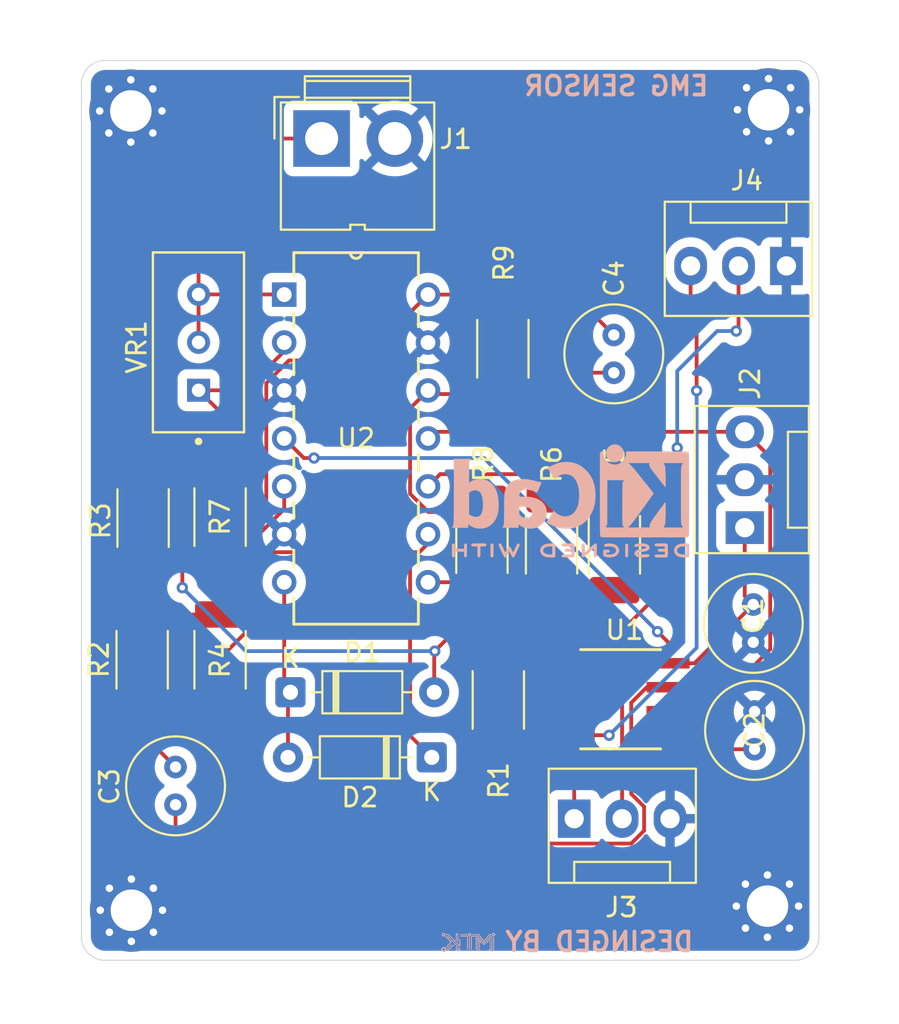
<source format=kicad_pcb>
(kicad_pcb (version 20241229) (generator "pcbnew") (generator_version "9.0")
  (layers (0 "F.Cu" signal) (2 "B.Cu" signal) (13 "F.Paste" user) (15 "B.Paste" user) (5 "F.SilkS" user "F.Silkscreen") (7 "B.SilkS" user "B.Silkscreen") (1 "F.Mask" user) (3 "B.Mask" user) (25 "Edge.Cuts" user))
  (net 0 "")
  (net 1 "GND")
  (net 2 "/+VS")
  (net 3 "/-VS")
  (net 4 "/MEASURE")
  (net 5 "Net-(C3-Pad2)")
  (net 6 "/SMOOTH")
  (net 7 "Net-(U2D-+)")
  (net 8 "Net-(D1-K)")
  (net 9 "Net-(D1-A)")
  (net 10 "Net-(D2-K)")
  (net 11 "/SIG")
  (net 12 "/END")
  (net 13 "/MID")
  (net 14 "Net-(R1-Pad2)")
  (net 15 "Net-(R1-Pad1)")
  (net 16 "Net-(U2B-+)")
  (net 17 "Net-(U2C-+)")
  (net 18 "/RECTIFY")
  (net 19 "Net-(U2A--)")
  (footprint "Resistor_SMD:R_2010_5025Metric_Pad1.40x2.65mm_HandSolder" (layer "F.Cu") (at 147.69 83.38 90)
    (property "Reference" "R7" (at 0 0 90) (layer "F.SilkS"))
    (property "Value" "1K")
    (pad "1" smd roundrect (at -2.4 0 90) (size 1.4 2.65) (layers "F.Cu" "F.Mask" "F.Paste") (roundrect_rratio 0.178571) (net 6 "/SMOOTH"))
    (pad "2" smd roundrect (at 2.4 0 90) (size 1.4 2.65) (layers "F.Cu" "F.Mask" "F.Paste") (roundrect_rratio 0.178571) (net 19 "Net-(U2A--)"))
  )
  (footprint "MountingHole:MountingHole_2.2mm_M2_Pad_Via" (layer "F.Cu") (at 142.99 104.21)
    (property "Reference" "H2" (hide yes))
    (property "Value" "MountingHole_Pad")
    (pad "1" thru_hole circle (at -1.65 0) (size 0.7 0.7) (drill 0.4) (layers "*.Cu" "*.Mask") (net 1 "GND"))
    (pad "1" thru_hole circle (at -1.166726 -1.166726) (size 0.7 0.7) (drill 0.4) (layers "*.Cu" "*.Mask") (net 1 "GND"))
    (pad "1" thru_hole circle (at -1.166726 1.166726) (size 0.7 0.7) (drill 0.4) (layers "*.Cu" "*.Mask") (net 1 "GND"))
    (pad "1" thru_hole circle (at 0 -1.65) (size 0.7 0.7) (drill 0.4) (layers "*.Cu" "*.Mask") (net 1 "GND"))
    (pad "1" thru_hole circle (at 0 0) (size 4.4 4.4) (drill 2.2) (layers "*.Cu" "*.Mask") (net 1 "GND"))
    (pad "1" thru_hole circle (at 0 1.65) (size 0.7 0.7) (drill 0.4) (layers "*.Cu" "*.Mask") (net 1 "GND"))
    (pad "1" thru_hole circle (at 1.166726 -1.166726) (size 0.7 0.7) (drill 0.4) (layers "*.Cu" "*.Mask") (net 1 "GND"))
    (pad "1" thru_hole circle (at 1.166726 1.166726) (size 0.7 0.7) (drill 0.4) (layers "*.Cu" "*.Mask") (net 1 "GND"))
    (pad "1" thru_hole circle (at 1.65 0) (size 0.7 0.7) (drill 0.4) (layers "*.Cu" "*.Mask") (net 1 "GND"))
  )
  (footprint "Resistor_SMD:R_2010_5025Metric_Pad1.40x2.65mm_HandSolder" (layer "F.Cu") (at 162.68 74.46 90)
    (property "Reference" "R9" (at 4.54 0.05 90) (layer "F.SilkS"))
    (property "Value" "80.6K" (hide yes))
    (pad "1" smd roundrect (at -2.4 0 90) (size 1.4 2.65) (layers "F.Cu" "F.Mask" "F.Paste") (roundrect_rratio 0.178571) (net 7 "Net-(U2D-+)"))
    (pad "2" smd roundrect (at 2.4 0 90) (size 1.4 2.65) (layers "F.Cu" "F.Mask" "F.Paste") (roundrect_rratio 0.178571) (net 6 "/SMOOTH"))
  )
  (footprint "Connector:FanPinHeader_1x03_P2.54mm_Vertical" (layer "F.Cu") (at 177.71 70.07 180)
    (property "Reference" "J4" (at 2.1 4.52 0) (layer "F.SilkS"))
    (property "Value" "Conn_01x03_Pin")
    (pad "1" thru_hole rect (at 0 0 270) (size 2.03 1.73) (drill 1.02) (layers "*.Cu" "*.Mask") (net 1 "GND"))
    (pad "2" thru_hole oval (at 2.54 0 270) (size 2.03 1.73) (drill 1.02) (layers "*.Cu" "*.Mask") (net 12 "/END"))
    (pad "3" thru_hole oval (at 5.08 0 270) (size 2.03 1.73) (drill 1.02) (layers "*.Cu" "*.Mask") (net 13 "/MID"))
  )
  (footprint "Resistor_SMD:R_2010_5025Metric_Pad1.40x2.65mm_HandSolder" (layer "F.Cu") (at 168.59 84.85 90)
    (property "Reference" "R5" (at 4.25 0.01 90) (layer "F.SilkS"))
    (property "Value" "150K")
    (pad "1" smd roundrect (at -2.4 0 90) (size 1.4 2.65) (layers "F.Cu" "F.Mask" "F.Paste") (roundrect_rratio 0.178571) (net 9 "Net-(D1-A)"))
    (pad "2" smd roundrect (at 2.4 0 90) (size 1.4 2.65) (layers "F.Cu" "F.Mask" "F.Paste") (roundrect_rratio 0.178571) (net 17 "Net-(U2C-+)"))
  )
  (footprint "Connector:FanPinHeader_1x03_P2.54mm_Vertical" (layer "F.Cu") (at 166.46 99.36)
    (property "Reference" "J3" (at 2.5 4.7 0) (layer "F.SilkS"))
    (property "Value" "Conn_01x03_Pin")
    (pad "1" thru_hole rect (at 0 0 90) (size 2.03 1.73) (drill 1.02) (layers "*.Cu" "*.Mask") (net 13 "/MID"))
    (pad "2" thru_hole oval (at 2.54 0 90) (size 2.03 1.73) (drill 1.02) (layers "*.Cu" "*.Mask") (net 12 "/END"))
    (pad "3" thru_hole oval (at 5.08 0 90) (size 2.03 1.73) (drill 1.02) (layers "*.Cu" "*.Mask") (net 1 "GND"))
  )
  (footprint "Capacitor_THT:C_Radial_D5.0mm_H7.0mm_P2.00mm" (layer "F.Cu") (at 145.33 98.62 90)
    (property "Reference" "C3" (at 0.96 -3.5 90) (layer "F.SilkS"))
    (property "Value" "0.01U")
    (pad "1" thru_hole circle (at 0 0 90) (size 1.2 1.2) (drill 0.6) (layers "*.Cu" "*.Mask") (net 4 "/MEASURE"))
    (pad "2" thru_hole circle (at 2 0 90) (size 1.2 1.2) (drill 0.6) (layers "*.Cu" "*.Mask") (net 5 "Net-(C3-Pad2)"))
  )
  (footprint "Connector:FanPinHeader_1x03_P2.54mm_Vertical" (layer "F.Cu") (at 175.5 83.94 90)
    (property "Reference" "J2" (at 7.64 0.29 90) (layer "F.SilkS"))
    (property "Value" "Conn_01x03_Pin")
    (pad "1" thru_hole rect (at 0 0 180) (size 2.03 1.73) (drill 1.02) (layers "*.Cu" "*.Mask") (net 2 "/+VS"))
    (pad "2" thru_hole oval (at 2.54 0 180) (size 2.03 1.73) (drill 1.02) (layers "*.Cu" "*.Mask") (net 1 "GND"))
    (pad "3" thru_hole oval (at 5.08 0 180) (size 2.03 1.73) (drill 1.02) (layers "*.Cu" "*.Mask") (net 3 "/-VS"))
  )
  (footprint "footprints:N14" (layer "F.Cu") (at 158.71 86.83)
    (property "Reference" "U2" (at -3.81 -7.62 0) (layer "F.SilkS"))
    (property "Value" "TL084")
    (pad "1" thru_hole rect (at -7.62 -15.24) (size 1.2954 1.2954) (drill 0.7874) (layers "*.Cu" "*.Mask") (net 11 "/SIG"))
    (pad "2" thru_hole circle (at -7.62 -12.7) (size 1.2954 1.2954) (drill 0.7874) (layers "*.Cu" "*.Mask") (net 19 "Net-(U2A--)"))
    (pad "3" thru_hole circle (at -7.62 -10.16) (size 1.2954 1.2954) (drill 0.7874) (layers "*.Cu" "*.Mask") (net 1 "GND"))
    (pad "4" thru_hole circle (at -7.62 -7.62) (size 1.2954 1.2954) (drill 0.7874) (layers "*.Cu" "*.Mask") (net 2 "/+VS"))
    (pad "5" thru_hole circle (at -7.62 -5.08) (size 1.2954 1.2954) (drill 0.7874) (layers "*.Cu" "*.Mask") (net 16 "Net-(U2B-+)"))
    (pad "6" thru_hole circle (at -7.62 -2.54) (size 1.2954 1.2954) (drill 0.7874) (layers "*.Cu" "*.Mask") (net 1 "GND"))
    (pad "7" thru_hole circle (at -7.62 0) (size 1.2954 1.2954) (drill 0.7874) (layers "*.Cu" "*.Mask") (net 8 "Net-(D1-K)"))
    (pad "8" thru_hole circle (at 0 0) (size 1.2954 1.2954) (drill 0.7874) (layers "*.Cu" "*.Mask") (net 18 "/RECTIFY"))
    (pad "9" thru_hole circle (at 0 -2.54) (size 1.2954 1.2954) (drill 0.7874) (layers "*.Cu" "*.Mask") (net 10 "Net-(D2-K)"))
    (pad "10" thru_hole circle (at 0 -5.08) (size 1.2954 1.2954) (drill 0.7874) (layers "*.Cu" "*.Mask") (net 17 "Net-(U2C-+)"))
    (pad "11" thru_hole circle (at 0 -7.62) (size 1.2954 1.2954) (drill 0.7874) (layers "*.Cu" "*.Mask") (net 3 "/-VS"))
    (pad "12" thru_hole circle (at 0 -10.16) (size 1.2954 1.2954) (drill 0.7874) (layers "*.Cu" "*.Mask") (net 7 "Net-(U2D-+)"))
    (pad "13" thru_hole circle (at 0 -12.7) (size 1.2954 1.2954) (drill 0.7874) (layers "*.Cu" "*.Mask") (net 1 "GND"))
    (pad "14" thru_hole circle (at 0 -15.24) (size 1.2954 1.2954) (drill 0.7874) (layers "*.Cu" "*.Mask") (net 6 "/SMOOTH"))
  )
  (footprint "Capacitor_THT:C_Radial_D5.0mm_H7.0mm_P2.00mm" (layer "F.Cu") (at 168.56 75.73 90)
    (property "Reference" "C4" (at 4.99 0.01 90) (layer "F.SilkS"))
    (property "Value" "C1u")
    (pad "1" thru_hole circle (at 0 0 90) (size 1.2 1.2) (drill 0.6) (layers "*.Cu" "*.Mask") (net 7 "Net-(U2D-+)"))
    (pad "2" thru_hole circle (at 2 0 90) (size 1.2 1.2) (drill 0.6) (layers "*.Cu" "*.Mask") (net 6 "/SMOOTH"))
  )
  (footprint "Resistor_SMD:R_2010_5025Metric_Pad1.40x2.65mm_HandSolder" (layer "F.Cu") (at 161.57 84.81 90)
    (property "Reference" "R8" (at 4.26 0.09 90) (layer "F.SilkS"))
    (property "Value" "80.6K")
    (pad "1" smd roundrect (at -2.4 0 90) (size 1.4 2.65) (layers "F.Cu" "F.Mask" "F.Paste") (roundrect_rratio 0.178571) (net 18 "/RECTIFY"))
    (pad "2" smd roundrect (at 2.4 0 90) (size 1.4 2.65) (layers "F.Cu" "F.Mask" "F.Paste") (roundrect_rratio 0.178571) (net 7 "Net-(U2D-+)"))
  )
  (footprint "Resistor_SMD:R_2010_5025Metric_Pad1.40x2.65mm_HandSolder" (layer "F.Cu") (at 147.69 90.94 -90)
    (property "Reference" "R4" (at 0 0 90) (layer "F.SilkS"))
    (property "Value" "150K")
    (pad "1" smd roundrect (at -2.4 0 270) (size 1.4 2.65) (layers "F.Cu" "F.Mask" "F.Paste") (roundrect_rratio 0.178571) (net 16 "Net-(U2B-+)"))
    (pad "2" smd roundrect (at 2.4 0 270) (size 1.4 2.65) (layers "F.Cu" "F.Mask" "F.Paste") (roundrect_rratio 0.178571) (net 10 "Net-(D2-K)"))
  )
  (footprint "Connector:JWT_A3963_1x02_P3.96mm_Vertical" (layer "F.Cu") (at 153.0725 63.32)
    (property "Reference" "J1" (at 7.1075 0.03 0) (layer "F.SilkS"))
    (property "Value" "Conn_01x02_Pin")
    (pad "1" thru_hole rect (at 0 0) (size 3 3) (drill 1.75) (layers "*.Cu" "*.Mask") (net 11 "/SIG"))
    (pad "2" thru_hole circle (at 3.88 0) (size 3 3) (drill 1.75) (layers "*.Cu" "*.Mask") (net 1 "GND"))
  )
  (footprint "Diode_THT:D_DO-35_SOD27_P7.62mm_Horizontal" (layer "F.Cu") (at 151.42 92.66)
    (property "Reference" "D1" (at 3.81 -2.12 0) (layer "F.SilkS"))
    (property "Value" "1N4148")
    (pad "1" thru_hole roundrect (at 0 0) (size 1.6 1.6) (drill 0.8) (layers "*.Cu" "*.Mask") (roundrect_rratio 0.15625) (net 8 "Net-(D1-K)"))
    (pad "2" thru_hole circle (at 7.62 0) (size 1.6 1.6) (drill 0.8) (layers "*.Cu" "*.Mask") (net 9 "Net-(D1-A)"))
  )
  (footprint "Diode_THT:D_DO-35_SOD27_P7.62mm_Horizontal" (layer "F.Cu") (at 158.91 96.11 180)
    (property "Reference" "D2" (at 3.81 -2.12 0) (layer "F.SilkS"))
    (property "Value" "1N4148")
    (pad "1" thru_hole roundrect (at 0 0 180) (size 1.6 1.6) (drill 0.8) (layers "*.Cu" "*.Mask") (roundrect_rratio 0.15625) (net 10 "Net-(D2-K)"))
    (pad "2" thru_hole circle (at 7.62 0 180) (size 1.6 1.6) (drill 0.8) (layers "*.Cu" "*.Mask") (net 8 "Net-(D1-K)"))
  )
  (footprint "footprints:AD8286" (layer "F.Cu") (at 168.92 93.03)
    (property "Reference" "U1" (at 0.2 -3.67 0) (layer "F.SilkS"))
    (property "Value" "AD8226")
    (pad "1" smd rect (at -2.5146 -1.905) (size 2.286 0.5588) (layers "F.Cu" "F.Mask" "F.Paste") (net 12 "/END"))
    (pad "2" smd rect (at -2.5146 -0.635) (size 2.286 0.5588) (layers "F.Cu" "F.Mask" "F.Paste") (net 15 "Net-(R1-Pad1)"))
    (pad "3" smd rect (at -2.5146 0.635) (size 2.286 0.5588) (layers "F.Cu" "F.Mask" "F.Paste") (net 14 "Net-(R1-Pad2)"))
    (pad "4" smd rect (at -2.5146 1.905) (size 2.286 0.5588) (layers "F.Cu" "F.Mask" "F.Paste") (net 13 "/MID"))
    (pad "5" smd rect (at 2.5146 1.905) (size 2.286 0.5588) (layers "F.Cu" "F.Mask" "F.Paste") (net 3 "/-VS"))
    (pad "6" smd rect (at 2.5146 0.635) (size 2.286 0.5588) (layers "F.Cu" "F.Mask" "F.Paste") (net 1 "GND"))
    (pad "7" smd rect (at 2.5146 -0.635) (size 2.286 0.5588) (layers "F.Cu" "F.Mask" "F.Paste") (net 4 "/MEASURE"))
    (pad "8" smd rect (at 2.5146 -1.905) (size 2.286 0.5588) (layers "F.Cu" "F.Mask" "F.Paste") (net 2 "/+VS"))
  )
  (footprint "Resistor_SMD:R_2010_5025Metric_Pad1.40x2.65mm_HandSolder" (layer "F.Cu") (at 162.44 93.07 -90)
    (property "Reference" "R1" (at 4.27 -0.02 90) (layer "F.SilkS"))
    (property "Value" "240")
    (pad "1" smd roundrect (at -2.4 0 270) (size 1.4 2.65) (layers "F.Cu" "F.Mask" "F.Paste") (roundrect_rratio 0.178571) (net 15 "Net-(R1-Pad1)"))
    (pad "2" smd roundrect (at 2.4 0 270) (size 1.4 2.65) (layers "F.Cu" "F.Mask" "F.Paste") (roundrect_rratio 0.178571) (net 14 "Net-(R1-Pad2)"))
  )
  (footprint "MountingHole:MountingHole_2.2mm_M2_Pad_Via" (layer "F.Cu") (at 176.703274 103.993274)
    (property "Reference" "H4" (hide yes))
    (property "Value" "MountingHole_Pad")
    (pad "1" thru_hole circle (at -1.65 0) (size 0.7 0.7) (drill 0.4) (layers "*.Cu" "*.Mask") (net 1 "GND"))
    (pad "1" thru_hole circle (at -1.166726 -1.166726) (size 0.7 0.7) (drill 0.4) (layers "*.Cu" "*.Mask") (net 1 "GND"))
    (pad "1" thru_hole circle (at -1.166726 1.166726) (size 0.7 0.7) (drill 0.4) (layers "*.Cu" "*.Mask") (net 1 "GND"))
    (pad "1" thru_hole circle (at 0 -1.65) (size 0.7 0.7) (drill 0.4) (layers "*.Cu" "*.Mask") (net 1 "GND"))
    (pad "1" thru_hole circle (at 0 0) (size 4.4 4.4) (drill 2.2) (layers "*.Cu" "*.Mask") (net 1 "GND"))
    (pad "1" thru_hole circle (at 0 1.65) (size 0.7 0.7) (drill 0.4) (layers "*.Cu" "*.Mask") (net 1 "GND"))
    (pad "1" thru_hole circle (at 1.166726 -1.166726) (size 0.7 0.7) (drill 0.4) (layers "*.Cu" "*.Mask") (net 1 "GND"))
    (pad "1" thru_hole circle (at 1.166726 1.166726) (size 0.7 0.7) (drill 0.4) (layers "*.Cu" "*.Mask") (net 1 "GND"))
    (pad "1" thru_hole circle (at 1.65 0) (size 0.7 0.7) (drill 0.4) (layers "*.Cu" "*.Mask") (net 1 "GND"))
  )
  (footprint "Capacitor_THT:C_Radial_D5.0mm_H7.0mm_P2.00mm" (layer "F.Cu") (at 176.02 95.68 90)
    (property "Reference" "C2" (at 1 0 90) (layer "F.SilkS"))
    (property "Value" "T1U")
    (pad "1" thru_hole circle (at 0 0 90) (size 1.2 1.2) (drill 0.6) (layers "*.Cu" "*.Mask") (net 3 "/-VS"))
    (pad "2" thru_hole circle (at 2 0 90) (size 1.2 1.2) (drill 0.6) (layers "*.Cu" "*.Mask") (net 1 "GND"))
  )
  (footprint "MountingHole:MountingHole_2.2mm_M2_Pad_Via" (layer "F.Cu") (at 142.96 61.86)
    (property "Reference" "H1" (hide yes))
    (property "Value" "MountingHole_Pad")
    (pad "1" thru_hole circle (at -1.65 0) (size 0.7 0.7) (drill 0.4) (layers "*.Cu" "*.Mask") (net 1 "GND"))
    (pad "1" thru_hole circle (at -1.166726 -1.166726) (size 0.7 0.7) (drill 0.4) (layers "*.Cu" "*.Mask") (net 1 "GND"))
    (pad "1" thru_hole circle (at -1.166726 1.166726) (size 0.7 0.7) (drill 0.4) (layers "*.Cu" "*.Mask") (net 1 "GND"))
    (pad "1" thru_hole circle (at 0 -1.65) (size 0.7 0.7) (drill 0.4) (layers "*.Cu" "*.Mask") (net 1 "GND"))
    (pad "1" thru_hole circle (at 0 0) (size 4.4 4.4) (drill 2.2) (layers "*.Cu" "*.Mask") (net 1 "GND"))
    (pad "1" thru_hole circle (at 0 1.65) (size 0.7 0.7) (drill 0.4) (layers "*.Cu" "*.Mask") (net 1 "GND"))
    (pad "1" thru_hole circle (at 1.166726 -1.166726) (size 0.7 0.7) (drill 0.4) (layers "*.Cu" "*.Mask") (net 1 "GND"))
    (pad "1" thru_hole circle (at 1.166726 1.166726) (size 0.7 0.7) (drill 0.4) (layers "*.Cu" "*.Mask") (net 1 "GND"))
    (pad "1" thru_hole circle (at 1.65 0) (size 0.7 0.7) (drill 0.4) (layers "*.Cu" "*.Mask") (net 1 "GND"))
  )
  (footprint "MountingHole:MountingHole_2.2mm_M2_Pad_Via" (layer "F.Cu") (at 176.763274 61.796726)
    (property "Reference" "H3" (hide yes))
    (property "Value" "MountingHole_Pad")
    (pad "1" thru_hole circle (at -1.65 0) (size 0.7 0.7) (drill 0.4) (layers "*.Cu" "*.Mask") (net 1 "GND"))
    (pad "1" thru_hole circle (at -1.166726 -1.166726) (size 0.7 0.7) (drill 0.4) (layers "*.Cu" "*.Mask") (net 1 "GND"))
    (pad "1" thru_hole circle (at -1.166726 1.166726) (size 0.7 0.7) (drill 0.4) (layers "*.Cu" "*.Mask") (net 1 "GND"))
    (pad "1" thru_hole circle (at 0 -1.65) (size 0.7 0.7) (drill 0.4) (layers "*.Cu" "*.Mask") (net 1 "GND"))
    (pad "1" thru_hole circle (at 0 0) (size 4.4 4.4) (drill 2.2) (layers "*.Cu" "*.Mask") (net 1 "GND"))
    (pad "1" thru_hole circle (at 0 1.65) (size 0.7 0.7) (drill 0.4) (layers "*.Cu" "*.Mask") (net 1 "GND"))
    (pad "1" thru_hole circle (at 1.166726 -1.166726) (size 0.7 0.7) (drill 0.4) (layers "*.Cu" "*.Mask") (net 1 "GND"))
    (pad "1" thru_hole circle (at 1.166726 1.166726) (size 0.7 0.7) (drill 0.4) (layers "*.Cu" "*.Mask") (net 1 "GND"))
    (pad "1" thru_hole circle (at 1.65 0) (size 0.7 0.7) (drill 0.4) (layers "*.Cu" "*.Mask") (net 1 "GND"))
  )
  (footprint "Resistor_SMD:R_2010_5025Metric_Pad1.40x2.65mm_HandSolder" (layer "F.Cu") (at 143.61 83.43 90)
    (property "Reference" "R3" (at -0.15 -2.26 90) (layer "F.SilkS"))
    (property "Value" "150K")
    (pad "1" smd roundrect (at -2.4 0 90) (size 1.4 2.65) (layers "F.Cu" "F.Mask" "F.Paste") (roundrect_rratio 0.178571) (net 16 "Net-(U2B-+)"))
    (pad "2" smd roundrect (at 2.4 0 90) (size 1.4 2.65) (layers "F.Cu" "F.Mask" "F.Paste") (roundrect_rratio 0.178571) (net 9 "Net-(D1-A)"))
  )
  (footprint "Resistor_SMD:R_2010_5025Metric_Pad1.40x2.65mm_HandSolder" (layer "F.Cu") (at 143.56 90.94 90)
    (property "Reference" "R2" (at 0.01 -2.29 90) (layer "F.SilkS"))
    (property "Value" "150K")
    (pad "1" smd roundrect (at -2.4 0 90) (size 1.4 2.65) (layers "F.Cu" "F.Mask" "F.Paste") (roundrect_rratio 0.178571) (net 5 "Net-(C3-Pad2)"))
    (pad "2" smd roundrect (at 2.4 0 90) (size 1.4 2.65) (layers "F.Cu" "F.Mask" "F.Paste") (roundrect_rratio 0.178571) (net 16 "Net-(U2B-+)"))
  )
  (footprint "footprints:TRIM" (layer "F.Cu") (at 146.55 74.12 90)
    (property "Reference" "VR1" (at -0.24 -3.28 90) (layer "F.SilkS") (effects (font (size 1.004283 1.004283))))
    (property "Value" "3296W-1-250")
    (pad "1" thru_hole rect (at -2.54 0 90) (size 1.218 1.218) (drill 0.71) (layers "*.Cu" "*.Mask") (net 19 "Net-(U2A--)"))
    (pad "2" thru_hole circle (at 0 0 90) (size 1.218 1.218) (drill 0.71) (layers "*.Cu" "*.Mask") (net 11 "/SIG"))
    (pad "3" thru_hole circle (at 2.54 0 90) (size 1.218 1.218) (drill 0.71) (layers "*.Cu" "*.Mask") (net 11 "/SIG"))
  )
  (footprint "Capacitor_THT:C_Radial_D5.0mm_H7.0mm_P2.00mm" (layer "F.Cu") (at 175.95 90.01 90)
    (property "Reference" "C1" (at 1.4 0 90) (layer "F.SilkS"))
    (property "Value" "T1u")
    (pad "1" thru_hole circle (at 0 0 90) (size 1.2 1.2) (drill 0.6) (layers "*.Cu" "*.Mask") (net 1 "GND"))
    (pad "2" thru_hole circle (at 2 0 90) (size 1.2 1.2) (drill 0.6) (layers "*.Cu" "*.Mask") (net 2 "/+VS"))
  )
  (footprint "Resistor_SMD:R_2010_5025Metric_Pad1.40x2.65mm_HandSolder" (layer "F.Cu") (at 165.26 84.84 -90)
    (property "Reference" "R6" (at -4.25 -0.01 90) (layer "F.SilkS"))
    (property "Value" "150K")
    (pad "1" smd roundrect (at -2.4 0 270) (size 1.4 2.65) (layers "F.Cu" "F.Mask" "F.Paste") (roundrect_rratio 0.178571) (net 17 "Net-(U2C-+)"))
    (pad "2" smd roundrect (at 2.4 0 270) (size 1.4 2.65) (layers "F.Cu" "F.Mask" "F.Paste") (roundrect_rratio 0.178571) (net 18 "/RECTIFY"))
  )
  (footprint "LOGO" (layer "B.Cu") (at 160.87 106.02 180)
    (property "Reference" "G***" (hide yes))
    (property "Value" "LOGO" (hide yes))
  )
  (footprint "Symbol:KiCad-Logo2_5mm_SilkScreen" (layer "B.Cu") (at 166.27 82.51 180)
    (property "Reference" "REF**" (hide yes))
    (property "Value" "KiCad-Logo2_5mm_SilkScreen" (hide yes))
  )
  (gr_line (start 141.59 59.1845) (end 178.18 59.1845) (stroke (width 0.05)) (layer "Edge.Cuts"))
  (gr_line (start 179.43 60.4345) (end 179.43 105.61) (stroke (width 0.05)) (layer "Edge.Cuts"))
  (gr_arc (start 140.34 60.4345) (mid 140.706117 59.550617) (end 141.59 59.1845) (stroke (width 0.05)) (layer "Edge.Cuts"))
  (gr_arc (start 141.59 106.86) (mid 140.706117 106.493883) (end 140.34 105.61) (stroke (width 0.05)) (layer "Edge.Cuts"))
  (gr_line (start 140.34 105.61) (end 140.34 60.4345) (stroke (width 0.05)) (layer "Edge.Cuts"))
  (gr_line (start 178.18 106.86) (end 141.59 106.86) (stroke (width 0.05)) (layer "Edge.Cuts"))
  (gr_arc (start 178.18 59.1845) (mid 179.063883 59.550617) (end 179.43 60.4345) (stroke (width 0.05)) (layer "Edge.Cuts"))
  (gr_arc (start 179.43 105.61) (mid 179.063883 106.493883) (end 178.18 106.86) (stroke (width 0.05)) (layer "Edge.Cuts"))
  (gr_text "K" (at 158.91 97.91 0) (layer "F.SilkS") (effects (font (size 1 1))))
  (gr_text "K" (at 151.42 90.86 0) (layer "F.SilkS") (effects (font (size 1 1))))
  (gr_text "DESINGED BY" (at 172.88 106.47 0) (layer "B.SilkS") (effects (font (size 1 1) (thickness 0.2) (bold yes)) (justify left bottom mirror)))
  (gr_text "EMG SENSOR" (at 173.68 61.12 0) (layer "B.SilkS") (effects (font (size 1 1) (thickness 0.2) (bold yes)) (justify left bottom mirror)))
  (segment (start 171.4346 90.0046) (end 170.88 89.45) (width 0.2) (layer "F.Cu") (net 2))
  (segment (start 175.5 83.94) (end 175.5 87.56) (width 0.2) (layer "F.Cu") (net 2))
  (segment (start 152.13 80.25) (end 151.09 79.21) (width 0.2) (layer "F.Cu") (net 2))
  (segment (start 171.4346 91.125) (end 171.4346 90.0046) (width 0.2) (layer "F.Cu") (net 2))
  (segment (start 152.67 80.25) (end 152.13 80.25) (width 0.2) (layer "F.Cu") (net 2))
  (segment (start 171.4346 91.125) (end 172.835 91.125) (width 0.2) (layer "F.Cu") (net 2))
  (segment (start 175.5 87.56) (end 175.95 88.01) (width 0.2) (layer "F.Cu") (net 2))
  (segment (start 172.835 91.125) (end 175.95 88.01) (width 0.2) (layer "F.Cu") (net 2))
  (via (at 152.67 80.25) (size 0.6) (drill 0.3) (layers "F.Cu" "B.Cu") (net 2))
  (via (at 170.88 89.45) (size 0.6) (drill 0.3) (layers "F.Cu" "B.Cu") (net 2))
  (segment (start 161.68 80.25) (end 152.67 80.25) (width 0.2) (layer "B.Cu") (net 2))
  (segment (start 170.88 89.45) (end 161.68 80.25) (width 0.2) (layer "B.Cu") (net 2))
  (segment (start 159.06 78.86) (end 158.71 79.21) (width 0.2) (layer "F.Cu") (net 3))
  (segment (start 175.5 78.86) (end 159.06 78.86) (width 0.2) (layer "F.Cu") (net 3))
  (segment (start 176.851 90.3822) (end 176.851 80.211) (width 0.2) (layer "F.Cu") (net 3))
  (segment (start 172.1796 95.68) (end 176.02 95.68) (width 0.2) (layer "F.Cu") (net 3))
  (segment (start 171.4346 94.935) (end 172.1796 95.68) (width 0.2) (layer "F.Cu") (net 3))
  (segment (start 172.2982 94.935) (end 176.851 90.3822) (width 0.2) (layer "F.Cu") (net 3))
  (segment (start 176.851 80.211) (end 175.5 78.86) (width 0.2) (layer "F.Cu") (net 3))
  (segment (start 171.4346 94.935) (end 172.2982 94.935) (width 0.2) (layer "F.Cu") (net 3))
  (segment (start 169.482973 93.217027) (end 169.482973 98.044) (width 0.2) (layer "F.Cu") (net 4))
  (segment (start 169.482973 98.044) (end 170.166 98.727027) (width 0.2) (layer "F.Cu") (net 4))
  (segment (start 145.33 100.33) (end 145.33 98.62) (width 0.2) (layer "F.Cu") (net 4))
  (segment (start 145.676 100.676) (end 145.33 100.33) (width 0.2) (layer "F.Cu") (net 4))
  (segment (start 171.4346 92.395) (end 170.305 92.395) (width 0.2) (layer "F.Cu") (net 4))
  (segment (start 170.305 92.395) (end 169.482973 93.217027) (width 0.2) (layer "F.Cu") (net 4))
  (segment (start 169.482973 100.676) (end 145.676 100.676) (width 0.2) (layer "F.Cu") (net 4))
  (segment (start 170.166 99.992973) (end 169.482973 100.676) (width 0.2) (layer "F.Cu") (net 4))
  (segment (start 170.166 98.727027) (end 170.166 99.992973) (width 0.2) (layer "F.Cu") (net 4))
  (segment (start 145.33 96.62) (end 143.42 94.71) (width 0.2) (layer "F.Cu") (net 5))
  (segment (start 143.42 94.71) (end 143.42 93.48) (width 0.2) (layer "F.Cu") (net 5))
  (segment (start 143.42 93.48) (end 143.56 93.34) (width 0.2) (layer "F.Cu") (net 5))
  (segment (start 150.1413 83.3287) (end 150.1413 76.277035) (width 0.2) (layer "F.Cu") (net 6))
  (segment (start 151.339635 75.0787) (end 155.2213 75.0787) (width 0.2) (layer "F.Cu") (net 6))
  (segment (start 158.71 71.59) (end 162.21 71.59) (width 0.2) (layer "F.Cu") (net 6))
  (segment (start 162.21 71.59) (end 162.68 72.06) (width 0.2) (layer "F.Cu") (net 6))
  (segment (start 147.69 85.78) (end 150.1413 83.3287) (width 0.2) (layer "F.Cu") (net 6))
  (segment (start 155.2213 75.0787) (end 158.71 71.59) (width 0.2) (layer "F.Cu") (net 6))
  (segment (start 168.56 73.73) (end 166.89 72.06) (width 0.2) (layer "F.Cu") (net 6))
  (segment (start 166.89 72.06) (end 162.68 72.06) (width 0.2) (layer "F.Cu") (net 6))
  (segment (start 150.1413 76.277035) (end 151.339635 75.0787) (width 0.2) (layer "F.Cu") (net 6))
  (segment (start 157.7613 77.6187) (end 157.7613 82.142965) (width 0.2) (layer "F.Cu") (net 7))
  (segment (start 162.68 76.86) (end 158.9 76.86) (width 0.2) (layer "F.Cu") (net 7))
  (segment (start 158.728335 83.11) (end 160.87 83.11) (width 0.2) (layer "F.Cu") (net 7))
  (segment (start 163.81 75.73) (end 162.68 76.86) (width 0.2) (layer "F.Cu") (net 7))
  (segment (start 158.9 76.86) (end 158.71 76.67) (width 0.2) (layer "F.Cu") (net 7))
  (segment (start 160.87 83.11) (end 161.57 82.41) (width 0.2) (layer "F.Cu") (net 7))
  (segment (start 157.7613 82.142965) (end 158.728335 83.11) (width 0.2) (layer "F.Cu") (net 7))
  (segment (start 158.71 76.67) (end 157.7613 77.6187) (width 0.2) (layer "F.Cu") (net 7))
  (segment (start 168.56 75.73) (end 163.81 75.73) (width 0.2) (layer "F.Cu") (net 7))
  (segment (start 151.09 92.33) (end 151.42 92.66) (width 0.2) (layer "F.Cu") (net 8))
  (segment (start 151.29 96.11) (end 151.29 92.79) (width 0.2) (layer "F.Cu") (net 8))
  (segment (start 151.09 86.83) (end 151.09 92.33) (width 0.2) (layer "F.Cu") (net 8))
  (segment (start 151.29 92.79) (end 151.42 92.66) (width 0.2) (layer "F.Cu") (net 8))
  (segment (start 159.07 90.48) (end 160.25 89.3) (width 0.2) (layer "F.Cu") (net 9))
  (segment (start 166.54 89.3) (end 168.59 87.25) (width 0.2) (layer "F.Cu") (net 9))
  (segment (start 159.04 90.51) (end 159.04 92.66) (width 0.2) (layer "F.Cu") (net 9))
  (segment (start 159.07 90.48) (end 159.04 90.51) (width 0.2) (layer "F.Cu") (net 9))
  (segment (start 160.25 89.3) (end 166.54 89.3) (width 0.2) (layer "F.Cu") (net 9))
  (segment (start 143.61 81.03) (end 145.69 83.11) (width 0.2) (layer "F.Cu") (net 9))
  (segment (start 145.69 83.11) (end 145.69 87.12) (width 0.2) (layer "F.Cu") (net 9))
  (via (at 145.69 87.12) (size 0.6) (drill 0.3) (layers "F.Cu" "B.Cu") (net 9))
  (via (at 159.07 90.48) (size 0.6) (drill 0.3) (layers "F.Cu" "B.Cu") (net 9))
  (segment (start 149.05 90.48) (end 159.07 90.48) (width 0.2) (layer "B.Cu") (net 9))
  (segment (start 145.69 87.12) (end 149.05 90.48) (width 0.2) (layer "B.Cu") (net 9))
  (segment (start 147.69 90.85116) (end 149.74 88.80116) (width 0.2) (layer "F.Cu") (net 10))
  (segment (start 157.7613 85.3074) (end 157.83 85.2387) (width 0.2) (layer "F.Cu") (net 10))
  (segment (start 158.2513 85.2387) (end 158.71 84.78) (width 0.2) (layer "F.Cu") (net 10))
  (segment (start 150.1413 85.2387) (end 157.83 85.2387) (width 0.2) (layer "F.Cu") (net 10))
  (segment (start 149.74 88.80116) (end 149.74 85.64) (width 0.2) (layer "F.Cu") (net 10))
  (segment (start 158.91 96.11) (end 157.7613 94.9613) (width 0.2) (layer "F.Cu") (net 10))
  (segment (start 157.83 85.2387) (end 158.2513 85.2387) (width 0.2) (layer "F.Cu") (net 10))
  (segment (start 158.71 84.78) (end 158.71 84.29) (width 0.2) (layer "F.Cu") (net 10))
  (segment (start 147.69 93.34) (end 147.69 90.85116) (width 0.2) (layer "F.Cu") (net 10))
  (segment (start 157.7613 94.9613) (end 157.7613 85.3074) (width 0.2) (layer "F.Cu") (net 10))
  (segment (start 149.74 85.64) (end 150.1413 85.2387) (width 0.2) (layer "F.Cu") (net 10))
  (segment (start 151.08 71.58) (end 151.09 71.59) (width 0.2) (layer "F.Cu") (net 11))
  (segment (start 146.55 65.96) (end 146.55 71.58) (width 0.2) (layer "F.Cu") (net 11))
  (segment (start 149.19 63.32) (end 146.55 65.96) (width 0.2) (layer "F.Cu") (net 11))
  (segment (start 146.55 74.12) (end 146.55 71.58) (width 0.2) (layer "F.Cu") (net 11))
  (segment (start 153.0725 63.32) (end 149.19 63.32) (width 0.2) (layer "F.Cu") (net 11))
  (segment (start 146.55 71.58) (end 151.08 71.58) (width 0.2) (layer "F.Cu") (net 11))
  (segment (start 167.269 91.125) (end 171.92 86.474) (width 0.2) (layer "F.Cu") (net 12))
  (segment (start 167.1598 91.125) (end 169 92.9652) (width 0.2) (layer "F.Cu") (net 12))
  (segment (start 166.4054 91.125) (end 167.1598 91.125) (width 0.2) (layer "F.Cu") (net 12))
  (segment (start 175.05 73.52) (end 175.17 73.4) (width 0.2) (layer "F.Cu") (net 12))
  (segment (start 175.17 73.4) (end 175.17 70.07) (width 0.2) (layer "F.Cu") (net 12))
  (segment (start 169 92.9652) (end 169 99.36) (width 0.2) (layer "F.Cu") (net 12))
  (segment (start 166.4054 91.125) (end 167.269 91.125) (width 0.2) (layer "F.Cu") (net 12))
  (segment (start 171.92 86.474) (end 171.92 79.71) (width 0.2) (layer "F.Cu") (net 12))
  (via (at 171.92 79.71) (size 0.6) (drill 0.3) (layers "F.Cu" "B.Cu") (net 12))
  (via (at 175.05 73.52) (size 0.6) (drill 0.3) (layers "F.Cu" "B.Cu") (net 12))
  (segment (start 171.92 75.64) (end 171.92 79.71) (width 0.2) (layer "B.Cu") (net 12))
  (segment (start 174.04 73.52) (end 171.92 75.64) (width 0.2) (layer "B.Cu") (net 12))
  (segment (start 175.05 73.52) (end 174.04 73.52) (width 0.2) (layer "B.Cu") (net 12))
  (segment (start 172.63 73.34) (end 172.63 70.07) (width 0.2) (layer "F.Cu") (net 13))
  (segment (start 166.4054 94.935) (end 168.305 94.935) (width 0.2) (layer "F.Cu") (net 13))
  (segment (start 166.46 99.36) (end 166.46 94.9896) (width 0.2) (layer "F.Cu") (net 13))
  (segment (start 172.95 73.66) (end 172.63 73.34) (width 0.2) (layer "F.Cu") (net 13))
  (segment (start 172.95 76.68) (end 172.95 73.66) (width 0.2) (layer "F.Cu") (net 13))
  (segment (start 168.305 94.935) (end 168.31 94.94) (width 0.2) (layer "F.Cu") (net 13))
  (segment (start 166.46 94.9896) (end 166.4054 94.935) (width 0.2) (layer "F.Cu") (net 13))
  (via (at 172.95 76.68) (size 0.6) (drill 0.3) (layers "F.Cu" "B.Cu") (net 13))
  (via (at 168.31 94.94) (size 0.6) (drill 0.3) (layers "F.Cu" "B.Cu") (net 13))
  (segment (start 172.95 76.68) (end 172.95 90.3) (width 0.2) (layer "B.Cu") (net 13))
  (segment (start 172.95 90.3) (end 168.31 94.94) (width 0.2) (layer "B.Cu") (net 13))
  (segment (start 164.245 93.665) (end 166.4054 93.665) (width 0.2) (layer "F.Cu") (net 14))
  (segment (start 162.44 95.47) (end 164.245 93.665) (width 0.2) (layer "F.Cu") (net 14))
  (segment (start 162.44 90.67) (end 164.165 92.395) (width 0.2) (layer "F.Cu") (net 15))
  (segment (start 164.165 92.395) (end 166.4054 92.395) (width 0.2) (layer "F.Cu") (net 15))
  (segment (start 143.61 85.83) (end 143.61 88.49) (width 0.2) (layer "F.Cu") (net 16))
  (segment (start 151.09 82.948335) (end 149.316 84.722335) (width 0.2) (layer "F.Cu") (net 16))
  (segment (start 143.61 88.49) (end 143.56 88.54) (width 0.2) (layer "F.Cu") (net 16))
  (segment (start 151.09 81.75) (end 151.09 82.948335) (width 0.2) (layer "F.Cu") (net 16))
  (segment (start 149.316 84.722335) (end 149.316 86.914) (width 0.2) (layer "F.Cu") (net 16))
  (segment (start 149.316 86.914) (end 147.69 88.54) (width 0.2) (layer "F.Cu") (net 16))
  (segment (start 147.69 88.54) (end 143.56 88.54) (width 0.2) (layer "F.Cu") (net 16))
  (segment (start 165.27 82.45) (end 165.26 82.44) (width 0.2) (layer "F.Cu") (net 17))
  (segment (start 163.9223 81.1023) (end 165.26 82.44) (width 0.2) (layer "F.Cu") (net 17))
  (segment (start 158.71 81.75) (end 159.3577 81.1023) (width 0.2) (layer "F.Cu") (net 17))
  (segment (start 159.3577 81.1023) (end 163.9223 81.1023) (width 0.2) (layer "F.Cu") (net 17))
  (segment (start 168.59 82.45) (end 165.27 82.45) (width 0.2) (layer "F.Cu") (net 17))
  (segment (start 158.71 86.83) (end 164.85 86.83) (width 0.2) (layer "F.Cu") (net 18))
  (segment (start 164.85 86.83) (end 165.26 87.24) (width 0.2) (layer "F.Cu") (net 18))
  (segment (start 147.75 77.86) (end 146.55 76.66) (width 0.2) (layer "F.Cu") (net 19))
  (segment (start 147.69 80.98) (end 147.75 80.92) (width 0.2) (layer "F.Cu") (net 19))
  (segment (start 149.02 76.66) (end 146.55 76.66) (width 0.2) (layer "F.Cu") (net 19))
  (segment (start 151.09 74.13) (end 151.09 74.59) (width 0.2) (layer "F.Cu") (net 19))
  (segment (start 147.75 80.92) (end 147.75 77.86) (width 0.2) (layer "F.Cu") (net 19))
  (segment (start 151.09 74.59) (end 149.02 76.66) (width 0.2) (layer "F.Cu") (net 19))
  (zone (net 1) (net_name "GND") (layer "B.Cu") (connect_pads (clearance 0.5)) (min_thickness 0.25) (fill yes (thermal_gap 0.5) (thermal_bridge_width 0.5))
    (polygon (pts (xy 138 55.98) (xy 181.88 56.71) (xy 181.75 110.25) (xy 137.98 109.89)))
  )
)
</source>
